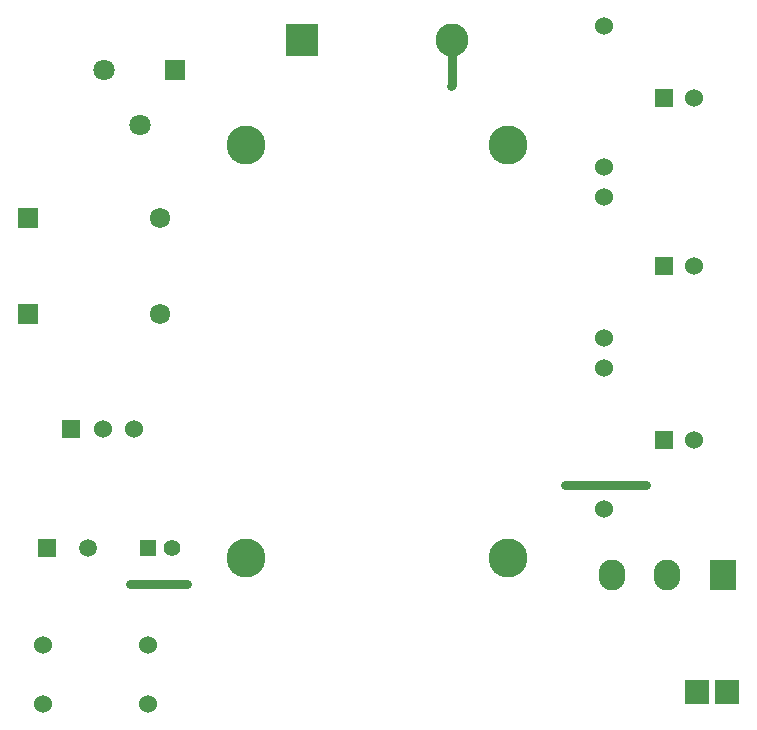
<source format=gtl>
G04 #@! TF.FileFunction,Copper,L1,Top,Signal*
%FSLAX46Y46*%
G04 Gerber Fmt 4.6, Leading zero omitted, Abs format (unit mm)*
G04 Created by KiCad (PCBNEW (2015-08-21 BZR 6112)-product) date 2015 October 15, Thursday 21:52:47*
%MOMM*%
G01*
G04 APERTURE LIST*
%ADD10C,0.100000*%
%ADD11C,3.302000*%
%ADD12R,2.794000X2.794000*%
%ADD13C,2.794000*%
%ADD14R,1.500000X1.500000*%
%ADD15C,1.500000*%
%ADD16C,1.524000*%
%ADD17R,1.400000X1.400000*%
%ADD18C,1.400000*%
%ADD19C,1.724000*%
%ADD20R,1.724000X1.724000*%
%ADD21R,1.524000X1.524000*%
%ADD22O,2.235200X2.616200*%
%ADD23R,2.235200X2.616200*%
%ADD24R,2.032000X2.032000*%
%ADD25C,1.800000*%
%ADD26R,1.800000X1.800000*%
%ADD27C,0.635000*%
%ADD28C,0.762000*%
G04 APERTURE END LIST*
D10*
D11*
X122809000Y-114604800D03*
X122809000Y-79679800D03*
X145034000Y-114604800D03*
X145034000Y-79679800D03*
D12*
X127571500Y-70789800D03*
D13*
X140271500Y-70789800D03*
D14*
X105946000Y-113792000D03*
D15*
X109446000Y-113792000D03*
D16*
X105664000Y-121960000D03*
X105664000Y-126960000D03*
X114554000Y-121960000D03*
X114554000Y-126960000D03*
D17*
X114570000Y-113792000D03*
D18*
X116570000Y-113792000D03*
D19*
X115570000Y-85852000D03*
D20*
X104394000Y-85852000D03*
D19*
X115570000Y-93980000D03*
D20*
X104394000Y-93980000D03*
D16*
X160782000Y-104648000D03*
D21*
X158242000Y-104648000D03*
D16*
X160782000Y-89916000D03*
D21*
X158242000Y-89916000D03*
D16*
X160782000Y-75692000D03*
D21*
X158242000Y-75692000D03*
D16*
X153162000Y-110490000D03*
X153162000Y-98552000D03*
X153162000Y-96012000D03*
X153162000Y-84074000D03*
X153162000Y-81534000D03*
X153162000Y-69596000D03*
D22*
X158496000Y-116078000D03*
X153797000Y-116078000D03*
D23*
X163195000Y-116078000D03*
D21*
X108040000Y-103734000D03*
D16*
X110710000Y-103734000D03*
X113380000Y-103734000D03*
D24*
X161036000Y-125984000D03*
X163576000Y-125984000D03*
D25*
X113824000Y-77980000D03*
X110824000Y-73280000D03*
D26*
X116824000Y-73280000D03*
D27*
X140208000Y-74676000D03*
X117856000Y-116840000D03*
X113030000Y-116840000D03*
X156718000Y-108458000D03*
X149860000Y-108458000D03*
D28*
X140271500Y-70789800D02*
X140271500Y-74612500D01*
X140271500Y-74612500D02*
X140208000Y-74676000D01*
X117856000Y-116840000D02*
X113030000Y-116840000D01*
X149860000Y-108458000D02*
X156718000Y-108458000D01*
M02*

</source>
